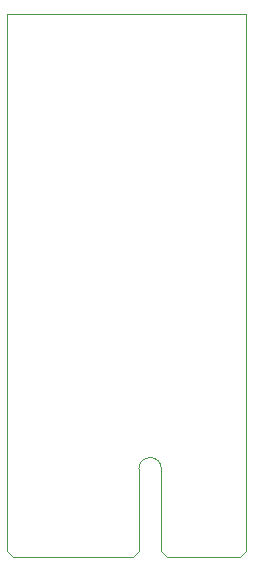
<source format=gm1>
G04 #@! TF.GenerationSoftware,KiCad,Pcbnew,5.1.10*
G04 #@! TF.CreationDate,2021-09-17T19:19:20-07:00*
G04 #@! TF.ProjectId,PCIEX1-SMA,50434945-5831-42d5-934d-412e6b696361,rev?*
G04 #@! TF.SameCoordinates,Original*
G04 #@! TF.FileFunction,Profile,NP*
%FSLAX46Y46*%
G04 Gerber Fmt 4.6, Leading zero omitted, Abs format (unit mm)*
G04 Created by KiCad (PCBNEW 5.1.10) date 2021-09-17 19:19:20*
%MOMM*%
%LPD*%
G01*
G04 APERTURE LIST*
G04 #@! TA.AperFunction,Profile*
%ADD10C,0.050000*%
G04 #@! TD*
G04 #@! TA.AperFunction,Profile*
%ADD11C,0.100000*%
G04 #@! TD*
G04 APERTURE END LIST*
D10*
X160780000Y-70450000D02*
X160780000Y-70610000D01*
X140890000Y-70450000D02*
X160780000Y-70450000D01*
X140480000Y-70450000D02*
X140890000Y-70450000D01*
X140480000Y-70610000D02*
X140480000Y-70450000D01*
X160780000Y-70620000D02*
X160780000Y-70610000D01*
X160780000Y-108040000D02*
X160780000Y-70620000D01*
X140480000Y-107830000D02*
X140480000Y-70610000D01*
X140480000Y-108040000D02*
X140480000Y-107830000D01*
D11*
X160780000Y-115940000D02*
X160280000Y-116440000D01*
X153580000Y-115940000D02*
X154080000Y-116440000D01*
X151680000Y-115940000D02*
X151180000Y-116440000D01*
X140480000Y-115940000D02*
X140980000Y-116440000D01*
X154080000Y-116440000D02*
X160280000Y-116440000D01*
X160780000Y-108040000D02*
X160780000Y-115940000D01*
X140980000Y-116440000D02*
X151180000Y-116440000D01*
X140480000Y-108040000D02*
X140480000Y-115940000D01*
X153580000Y-108990000D02*
X153580000Y-115940000D01*
X151680000Y-108990000D02*
X151680000Y-115940000D01*
X151680000Y-108990000D02*
G75*
G02*
X153580000Y-108990000I950000J0D01*
G01*
M02*

</source>
